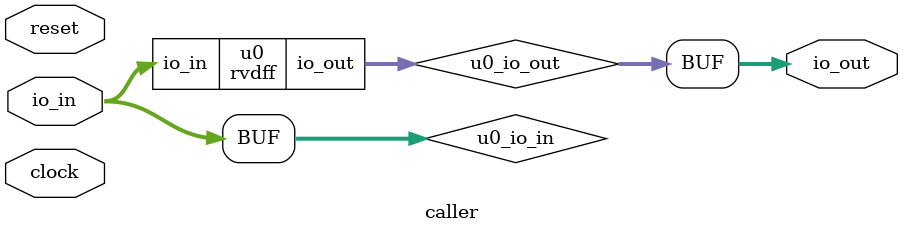
<source format=v>
module rvdff(
  input  [31:0] io_in,
  output [31:0] io_out
);
  assign io_out = io_in; // @[GCD.scala 12:10]
endmodule
module caller(
  input         clock,
  input         reset,
  input  [31:0] io_in,
  output [31:0] io_out
);
  wire [31:0] u0_io_in; // @[GCD.scala 21:18]
  wire [31:0] u0_io_out; // @[GCD.scala 21:18]
  rvdff u0 ( // @[GCD.scala 21:18]
    .io_in(u0_io_in),
    .io_out(u0_io_out)
  );
  assign io_out = u0_io_out; // @[GCD.scala 22:6]
  assign u0_io_in = io_in; // @[GCD.scala 22:6]
endmodule

</source>
